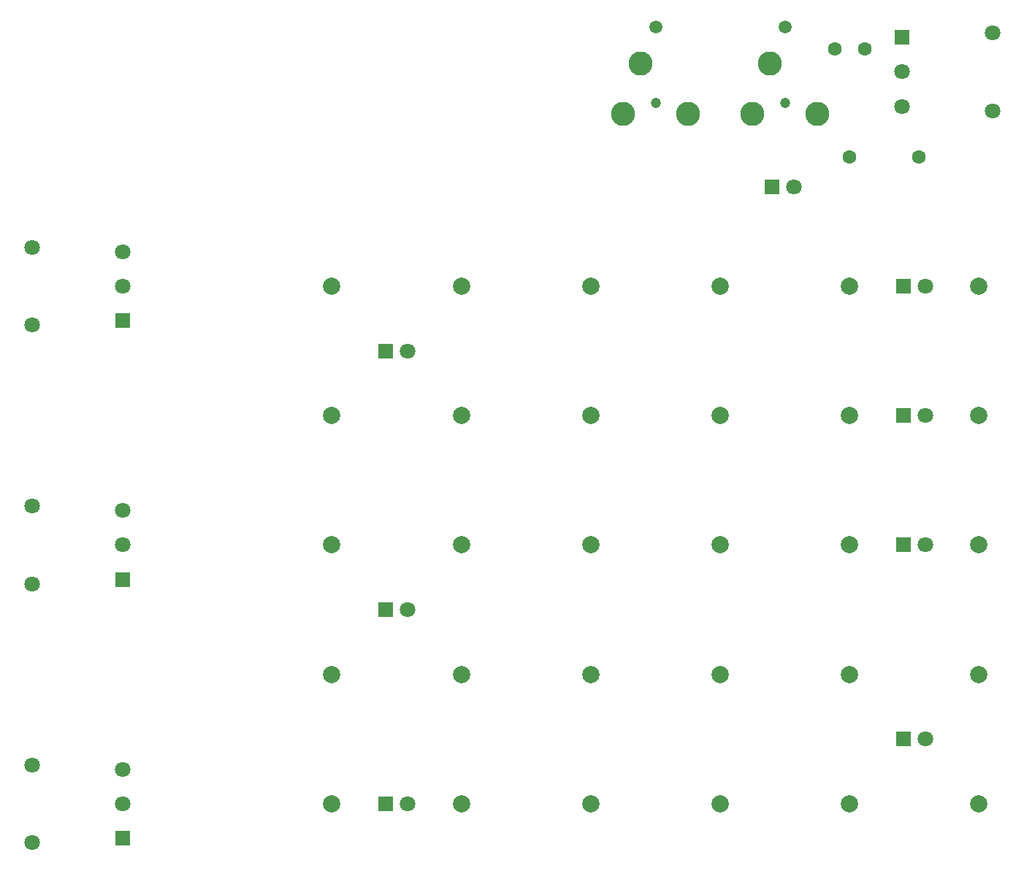
<source format=gts>
G04 #@! TF.GenerationSoftware,KiCad,Pcbnew,(6.0.8)*
G04 #@! TF.CreationDate,2023-07-24T16:33:48+02:00*
G04 #@! TF.ProjectId,pisynthInv,70697379-6e74-4684-996e-762e6b696361,rev?*
G04 #@! TF.SameCoordinates,Original*
G04 #@! TF.FileFunction,Soldermask,Top*
G04 #@! TF.FilePolarity,Negative*
%FSLAX46Y46*%
G04 Gerber Fmt 4.6, Leading zero omitted, Abs format (unit mm)*
G04 Created by KiCad (PCBNEW (6.0.8)) date 2023-07-24 16:33:48*
%MOMM*%
%LPD*%
G01*
G04 APERTURE LIST*
%ADD10C,2.000000*%
%ADD11C,1.800000*%
%ADD12R,1.800000X1.800000*%
%ADD13C,1.500000*%
%ADD14C,1.200000*%
%ADD15C,2.800000*%
%ADD16C,1.600000*%
G04 APERTURE END LIST*
D10*
X134000000Y-97000000D03*
X59000000Y-97000000D03*
D11*
X24250000Y-122500000D03*
X24250000Y-131500000D03*
D12*
X34750000Y-131000000D03*
D11*
X34750000Y-127000000D03*
X34750000Y-123000000D03*
X24250000Y-101500000D03*
X24250000Y-92500000D03*
D12*
X34750000Y-101000000D03*
D11*
X34750000Y-97000000D03*
X34750000Y-93000000D03*
D12*
X125225000Y-67000000D03*
D11*
X127765000Y-67000000D03*
D10*
X74000000Y-127000000D03*
D13*
X96550000Y-36900000D03*
D14*
X96550000Y-45700000D03*
D15*
X94750000Y-41200000D03*
X92750000Y-47000000D03*
X100250000Y-47000000D03*
D10*
X119000000Y-82000000D03*
X119000000Y-97000000D03*
X134000000Y-127000000D03*
X59000000Y-67000000D03*
X104000000Y-127000000D03*
X119000000Y-112000000D03*
D13*
X111550000Y-36900000D03*
D14*
X111550000Y-45700000D03*
D15*
X109750000Y-41200000D03*
X107750000Y-47000000D03*
X115250000Y-47000000D03*
D12*
X65225000Y-127000000D03*
D11*
X67765000Y-127000000D03*
D12*
X109975000Y-55500000D03*
D11*
X112515000Y-55500000D03*
D10*
X134000000Y-82000000D03*
X74000000Y-97000000D03*
X134000000Y-67000000D03*
D11*
X24250000Y-62500000D03*
X24250000Y-71500000D03*
D12*
X34750000Y-71000000D03*
D11*
X34750000Y-67000000D03*
X34750000Y-63000000D03*
D10*
X74000000Y-82000000D03*
X104000000Y-67000000D03*
D12*
X65225000Y-74500000D03*
D11*
X67765000Y-74500000D03*
D10*
X89000000Y-112000000D03*
X89000000Y-127000000D03*
X59000000Y-127000000D03*
D12*
X125225000Y-97000000D03*
D11*
X127765000Y-97000000D03*
D10*
X104000000Y-112000000D03*
D12*
X125225000Y-119500000D03*
D11*
X127765000Y-119500000D03*
D10*
X89000000Y-97000000D03*
X59000000Y-112000000D03*
X119000000Y-127000000D03*
X134000000Y-112000000D03*
X119000000Y-67000000D03*
D12*
X65225000Y-104500000D03*
D11*
X67765000Y-104500000D03*
X135550000Y-37630000D03*
X135550000Y-46630000D03*
D12*
X125050000Y-38130000D03*
D11*
X125050000Y-42130000D03*
X125050000Y-46130000D03*
D10*
X74000000Y-67000000D03*
X89000000Y-67000000D03*
X89000000Y-82000000D03*
D16*
X120775000Y-39500000D03*
X117275000Y-39500000D03*
X127000000Y-52000000D03*
X119000000Y-52000000D03*
D10*
X74000000Y-112000000D03*
X104000000Y-97000000D03*
X59000000Y-82000000D03*
D12*
X125225000Y-82000000D03*
D11*
X127765000Y-82000000D03*
D10*
X104000000Y-82000000D03*
M02*

</source>
